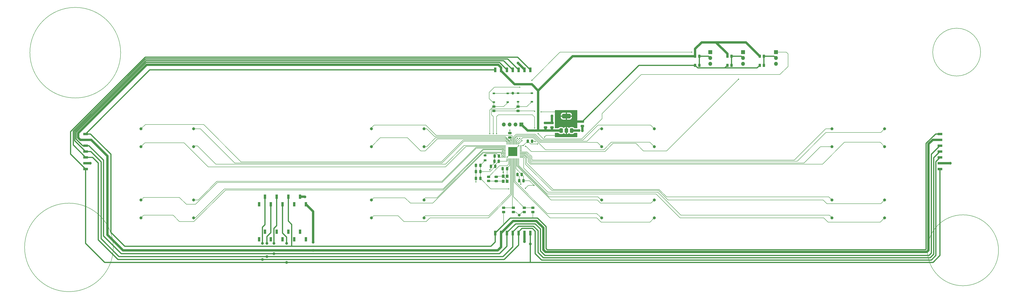
<source format=gbr>
%TF.GenerationSoftware,KiCad,Pcbnew,8.0.8*%
%TF.CreationDate,2025-02-14T17:31:39-08:00*%
%TF.ProjectId,ClockProject,436c6f63-6b50-4726-9f6a-6563742e6b69,rev?*%
%TF.SameCoordinates,Original*%
%TF.FileFunction,Copper,L2,Bot*%
%TF.FilePolarity,Positive*%
%FSLAX46Y46*%
G04 Gerber Fmt 4.6, Leading zero omitted, Abs format (unit mm)*
G04 Created by KiCad (PCBNEW 8.0.8) date 2025-02-14 17:31:39*
%MOMM*%
%LPD*%
G01*
G04 APERTURE LIST*
G04 Aperture macros list*
%AMRoundRect*
0 Rectangle with rounded corners*
0 $1 Rounding radius*
0 $2 $3 $4 $5 $6 $7 $8 $9 X,Y pos of 4 corners*
0 Add a 4 corners polygon primitive as box body*
4,1,4,$2,$3,$4,$5,$6,$7,$8,$9,$2,$3,0*
0 Add four circle primitives for the rounded corners*
1,1,$1+$1,$2,$3*
1,1,$1+$1,$4,$5*
1,1,$1+$1,$6,$7*
1,1,$1+$1,$8,$9*
0 Add four rect primitives between the rounded corners*
20,1,$1+$1,$2,$3,$4,$5,0*
20,1,$1+$1,$4,$5,$6,$7,0*
20,1,$1+$1,$6,$7,$8,$9,0*
20,1,$1+$1,$8,$9,$2,$3,0*%
G04 Aperture macros list end*
%TA.AperFunction,NonConductor*%
%ADD10C,0.200000*%
%TD*%
%TA.AperFunction,ComponentPad*%
%ADD11R,1.700000X1.700000*%
%TD*%
%TA.AperFunction,ComponentPad*%
%ADD12O,1.700000X1.700000*%
%TD*%
%TA.AperFunction,SMDPad,CuDef*%
%ADD13RoundRect,0.250000X0.250000X0.475000X-0.250000X0.475000X-0.250000X-0.475000X0.250000X-0.475000X0*%
%TD*%
%TA.AperFunction,SMDPad,CuDef*%
%ADD14RoundRect,0.250000X0.475000X-0.250000X0.475000X0.250000X-0.475000X0.250000X-0.475000X-0.250000X0*%
%TD*%
%TA.AperFunction,SMDPad,CuDef*%
%ADD15RoundRect,0.250000X-0.450000X0.262500X-0.450000X-0.262500X0.450000X-0.262500X0.450000X0.262500X0*%
%TD*%
%TA.AperFunction,SMDPad,CuDef*%
%ADD16RoundRect,0.250000X0.262500X0.450000X-0.262500X0.450000X-0.262500X-0.450000X0.262500X-0.450000X0*%
%TD*%
%TA.AperFunction,ComponentPad*%
%ADD17C,1.308000*%
%TD*%
%TA.AperFunction,SMDPad,CuDef*%
%ADD18RoundRect,0.250000X-0.475000X0.250000X-0.475000X-0.250000X0.475000X-0.250000X0.475000X0.250000X0*%
%TD*%
%TA.AperFunction,SMDPad,CuDef*%
%ADD19R,1.000000X2.000000*%
%TD*%
%TA.AperFunction,SMDPad,CuDef*%
%ADD20R,1.000000X1.900000*%
%TD*%
%TA.AperFunction,SMDPad,CuDef*%
%ADD21R,1.200000X1.400000*%
%TD*%
%TA.AperFunction,SMDPad,CuDef*%
%ADD22R,2.000000X1.000000*%
%TD*%
%TA.AperFunction,SMDPad,CuDef*%
%ADD23RoundRect,0.375000X0.375000X-0.625000X0.375000X0.625000X-0.375000X0.625000X-0.375000X-0.625000X0*%
%TD*%
%TA.AperFunction,SMDPad,CuDef*%
%ADD24RoundRect,0.500000X1.400000X-0.500000X1.400000X0.500000X-1.400000X0.500000X-1.400000X-0.500000X0*%
%TD*%
%TA.AperFunction,SMDPad,CuDef*%
%ADD25RoundRect,0.218750X0.381250X-0.218750X0.381250X0.218750X-0.381250X0.218750X-0.381250X-0.218750X0*%
%TD*%
%TA.AperFunction,SMDPad,CuDef*%
%ADD26RoundRect,0.250000X-0.250000X-0.475000X0.250000X-0.475000X0.250000X0.475000X-0.250000X0.475000X0*%
%TD*%
%TA.AperFunction,SMDPad,CuDef*%
%ADD27R,1.000000X0.750000*%
%TD*%
%TA.AperFunction,SMDPad,CuDef*%
%ADD28RoundRect,0.050000X-0.350000X-0.050000X0.350000X-0.050000X0.350000X0.050000X-0.350000X0.050000X0*%
%TD*%
%TA.AperFunction,SMDPad,CuDef*%
%ADD29RoundRect,0.050000X-0.050000X-0.350000X0.050000X-0.350000X0.050000X0.350000X-0.050000X0.350000X0*%
%TD*%
%TA.AperFunction,HeatsinkPad*%
%ADD30R,4.000000X4.000000*%
%TD*%
%TA.AperFunction,ViaPad*%
%ADD31C,1.219200*%
%TD*%
%TA.AperFunction,ViaPad*%
%ADD32C,0.500000*%
%TD*%
%TA.AperFunction,ViaPad*%
%ADD33C,0.609600*%
%TD*%
%TA.AperFunction,Conductor*%
%ADD34C,1.000000*%
%TD*%
%TA.AperFunction,Conductor*%
%ADD35C,0.152400*%
%TD*%
%TA.AperFunction,Conductor*%
%ADD36C,0.500000*%
%TD*%
%TA.AperFunction,Conductor*%
%ADD37C,0.203200*%
%TD*%
G04 APERTURE END LIST*
D10*
X488064269Y-137342650D02*
G75*
G02*
X467249611Y-137342650I-10407329J0D01*
G01*
X467249611Y-137342650D02*
G75*
G02*
X488064269Y-137342650I10407329J0D01*
G01*
X114611000Y-137592650D02*
G75*
G02*
X75202880Y-137592650I-19704060J0D01*
G01*
X75202880Y-137592650D02*
G75*
G02*
X114611000Y-137592650I19704060J0D01*
G01*
X111413432Y-222342650D02*
G75*
G02*
X72900448Y-222342650I-19256492J0D01*
G01*
X72900448Y-222342650D02*
G75*
G02*
X111413432Y-222342650I19256492J0D01*
G01*
X495836214Y-223592650D02*
G75*
G02*
X464977666Y-223592650I-15429274J0D01*
G01*
X464977666Y-223592650D02*
G75*
G02*
X495836214Y-223592650I15429274J0D01*
G01*
D11*
%TO.P,J11,1,Pin_1*%
%TO.N,/CS1*%
X384906940Y-137342650D03*
D12*
%TO.P,J11,2,Pin_2*%
%TO.N,Net-(J11-Pin_2)*%
X384906940Y-139882650D03*
%TO.P,J11,3,Pin_3*%
%TO.N,GND*%
X384906940Y-142422650D03*
%TD*%
D13*
%TO.P,C4,1*%
%TO.N,Net-(C4-Pad1)*%
X278906940Y-182592650D03*
%TO.P,C4,2*%
%TO.N,GND*%
X277006940Y-182592650D03*
%TD*%
D11*
%TO.P,J9,1,Pin_1*%
%TO.N,+5V*%
X288656940Y-168842650D03*
D12*
%TO.P,J9,2,Pin_2*%
%TO.N,/USB_P*%
X286116940Y-168842650D03*
%TO.P,J9,3,Pin_3*%
%TO.N,/USB_N*%
X283576940Y-168842650D03*
%TO.P,J9,4,Pin_4*%
%TO.N,GND*%
X281036940Y-168842650D03*
%TD*%
D14*
%TO.P,C1,1*%
%TO.N,Net-(C1-Pad1)*%
X277656940Y-193492650D03*
%TO.P,C1,2*%
%TO.N,GND*%
X277656940Y-191592650D03*
%TD*%
D15*
%TO.P,R24,1*%
%TO.N,/UART_A*%
X289906940Y-205092650D03*
%TO.P,R24,2*%
%TO.N,/U2*%
X289906940Y-206917650D03*
%TD*%
D13*
%TO.P,C6,1*%
%TO.N,+3.3V*%
X270806940Y-186592650D03*
%TO.P,C6,2*%
%TO.N,GND*%
X268906940Y-186592650D03*
%TD*%
D16*
%TO.P,R8,1*%
%TO.N,Net-(J11-Pin_2)*%
X379906940Y-143092650D03*
%TO.P,R8,2*%
%TO.N,+3.3V*%
X378081940Y-143092650D03*
%TD*%
D17*
%TO.P,M3,A1,A1*%
%TO.N,/M3_A1*%
X346336340Y-170714591D03*
%TO.P,M3,A2,A2*%
%TO.N,/M3_A2*%
X346336340Y-178474291D03*
%TO.P,M3,A3,A3*%
%TO.N,/M3_A3*%
X323476340Y-178474291D03*
%TO.P,M3,A4,A4*%
%TO.N,/M3_A4*%
X323476340Y-170714591D03*
%TO.P,M3,B1,B1*%
%TO.N,/M3_B1*%
X323476340Y-209472450D03*
%TO.P,M3,B2,B2*%
%TO.N,/M3_B2*%
X323476340Y-201712750D03*
%TO.P,M3,B3,B3*%
%TO.N,/M3_B3*%
X346336340Y-201712750D03*
%TO.P,M3,B4,B4*%
%TO.N,/M3_B4*%
X346336340Y-209472450D03*
%TD*%
D18*
%TO.P,C14,1*%
%TO.N,GND*%
X299156940Y-168192650D03*
%TO.P,C14,2*%
%TO.N,+5V*%
X299156940Y-170092650D03*
%TD*%
D19*
%TO.P,J4,1,Pin_1*%
%TO.N,/U1*%
X277286940Y-216092650D03*
%TO.P,J4,2,Pin_2*%
%TO.N,+5V*%
X279826940Y-216092650D03*
%TO.P,J4,3,Pin_3*%
%TO.N,/IC1*%
X282366940Y-216092650D03*
%TO.P,J4,4,Pin_4*%
%TO.N,/IC2*%
X284906940Y-216092650D03*
%TO.P,J4,5,Pin_5*%
%TO.N,/IC3*%
X287446940Y-216092650D03*
%TO.P,J4,6,Pin_6*%
%TO.N,GND*%
X289986940Y-216092650D03*
%TO.P,J4,7,Pin_7*%
%TO.N,/U2*%
X292526940Y-216092650D03*
%TD*%
D13*
%TO.P,C11,1*%
%TO.N,+3.3V*%
X288806940Y-190592650D03*
%TO.P,C11,2*%
%TO.N,GND*%
X286906940Y-190592650D03*
%TD*%
D18*
%TO.P,C13,1*%
%TO.N,+3.3V*%
X315156940Y-167592650D03*
%TO.P,C13,2*%
%TO.N,GND*%
X315156940Y-169492650D03*
%TD*%
D17*
%TO.P,M2,A1,A1*%
%TO.N,/M2_A1*%
X246336340Y-170714591D03*
%TO.P,M2,A2,A2*%
%TO.N,/M2_A2*%
X246336340Y-178474291D03*
%TO.P,M2,A3,A3*%
%TO.N,/M2_A3*%
X223476340Y-178474291D03*
%TO.P,M2,A4,A4*%
%TO.N,/M2_A4*%
X223476340Y-170714591D03*
%TO.P,M2,B1,B1*%
%TO.N,/M2_B1*%
X223476340Y-209472450D03*
%TO.P,M2,B2,B2*%
%TO.N,/M2_B2*%
X223476340Y-201712750D03*
%TO.P,M2,B3,B3*%
%TO.N,/M2_B3*%
X246336340Y-201712750D03*
%TO.P,M2,B4,B4*%
%TO.N,/M2_B4*%
X246336340Y-209472450D03*
%TD*%
%TO.P,M4,A1,A1*%
%TO.N,/M4_A1*%
X446336340Y-170714591D03*
%TO.P,M4,A2,A2*%
%TO.N,/M4_A2*%
X446336340Y-178474291D03*
%TO.P,M4,A3,A3*%
%TO.N,/M4_A3*%
X423476340Y-178474291D03*
%TO.P,M4,A4,A4*%
%TO.N,/M4_A4*%
X423476340Y-170714591D03*
%TO.P,M4,B1,B1*%
%TO.N,/M4_B1*%
X423476340Y-209472450D03*
%TO.P,M4,B2,B2*%
%TO.N,/M4_B2*%
X423476340Y-201712750D03*
%TO.P,M4,B3,B3*%
%TO.N,/M4_B3*%
X446336340Y-201712750D03*
%TO.P,M4,B4,B4*%
%TO.N,/M4_B4*%
X446336340Y-209472450D03*
%TD*%
D14*
%TO.P,C15,1*%
%TO.N,+5V*%
X301906940Y-170092650D03*
%TO.P,C15,2*%
%TO.N,GND*%
X301906940Y-168192650D03*
%TD*%
D15*
%TO.P,R25,1*%
%TO.N,/UART_B*%
X280906940Y-205092650D03*
%TO.P,R25,2*%
%TO.N,/U1*%
X280906940Y-206917650D03*
%TD*%
D20*
%TO.P,J5,1,Pin_1*%
%TO.N,+5V*%
X195066940Y-203587650D03*
%TO.P,J5,2,Pin_2*%
%TO.N,GND*%
X192526940Y-200287650D03*
%TO.P,J5,3,Pin_3*%
%TO.N,unconnected-(J5-Pin_3-Pad3)*%
X189986940Y-203587650D03*
%TO.P,J5,4,Pin_4*%
%TO.N,/U1*%
X187446940Y-200287650D03*
%TO.P,J5,5,Pin_5*%
%TO.N,/U2*%
X184906940Y-203587650D03*
%TO.P,J5,6,Pin_6*%
%TO.N,/IC1*%
X182366940Y-200287650D03*
%TO.P,J5,7,Pin_7*%
%TO.N,/IC2*%
X179826940Y-203587650D03*
%TO.P,J5,8,Pin_8*%
%TO.N,/IC3*%
X177286940Y-200287650D03*
%TO.P,J5,9,Pin_9*%
%TO.N,unconnected-(J5-Pin_9-Pad9)*%
X174746940Y-203587650D03*
%TD*%
D21*
%TO.P,Y1,1,1*%
%TO.N,Net-(U1-XTAL_N)*%
X282406940Y-191392650D03*
%TO.P,Y1,2,2*%
%TO.N,GND*%
X282406940Y-193592650D03*
%TO.P,Y1,3,3*%
%TO.N,Net-(C1-Pad1)*%
X280706940Y-193592650D03*
%TO.P,Y1,4,4*%
%TO.N,GND*%
X280706940Y-191392650D03*
%TD*%
D11*
%TO.P,J10,1,Pin_1*%
%TO.N,/GPIO3*%
X399156940Y-137342650D03*
D12*
%TO.P,J10,2,Pin_2*%
%TO.N,Net-(J10-Pin_2)*%
X399156940Y-139882650D03*
%TO.P,J10,3,Pin_3*%
%TO.N,GND*%
X399156940Y-142422650D03*
%TD*%
D15*
%TO.P,R2,1*%
%TO.N,/RST*%
X287156940Y-161092650D03*
%TO.P,R2,2*%
%TO.N,+3.3V*%
X287156940Y-162917650D03*
%TD*%
D13*
%TO.P,C5,1*%
%TO.N,+3.3V*%
X270806940Y-192342650D03*
%TO.P,C5,2*%
%TO.N,GND*%
X268906940Y-192342650D03*
%TD*%
D22*
%TO.P,J3,1,Pin_1*%
%TO.N,/U1*%
X99406940Y-172972650D03*
%TO.P,J3,2,Pin_2*%
%TO.N,+5V*%
X99406940Y-175512650D03*
%TO.P,J3,3,Pin_3*%
%TO.N,/IC1*%
X99406940Y-178052650D03*
%TO.P,J3,4,Pin_4*%
%TO.N,/IC2*%
X99406940Y-180592650D03*
%TO.P,J3,5,Pin_5*%
%TO.N,/IC3*%
X99406940Y-183132650D03*
%TO.P,J3,6,Pin_6*%
%TO.N,GND*%
X99406940Y-185672650D03*
%TO.P,J3,7,Pin_7*%
%TO.N,/U2*%
X99406940Y-188212650D03*
%TD*%
D16*
%TO.P,R4,1*%
%TO.N,Net-(J13-Pin_2)*%
X365906940Y-143092650D03*
%TO.P,R4,2*%
%TO.N,+3.3V*%
X364081940Y-143092650D03*
%TD*%
D14*
%TO.P,C3,1*%
%TO.N,+3.3V*%
X283656940Y-174492650D03*
%TO.P,C3,2*%
%TO.N,GND*%
X283656940Y-172592650D03*
%TD*%
D13*
%TO.P,C8,1*%
%TO.N,+3.3V*%
X278806940Y-184842650D03*
%TO.P,C8,2*%
%TO.N,GND*%
X276906940Y-184842650D03*
%TD*%
%TO.P,C7,1*%
%TO.N,+3.3V*%
X270806940Y-189342650D03*
%TO.P,C7,2*%
%TO.N,GND*%
X268906940Y-189342650D03*
%TD*%
%TO.P,C9,1*%
%TO.N,+3.3V*%
X277306940Y-187092650D03*
%TO.P,C9,2*%
%TO.N,GND*%
X275406940Y-187092650D03*
%TD*%
D16*
%TO.P,R3,1*%
%TO.N,Net-(J13-Pin_2)*%
X365906940Y-139092650D03*
%TO.P,R3,2*%
%TO.N,+5V*%
X364081940Y-139092650D03*
%TD*%
D23*
%TO.P,U2,1,GND*%
%TO.N,GND*%
X310456940Y-171492650D03*
%TO.P,U2,2,VO*%
%TO.N,+3.3V*%
X308156940Y-171492650D03*
D24*
X308156940Y-165192650D03*
D23*
%TO.P,U2,3,VI*%
%TO.N,+5V*%
X305856940Y-171492650D03*
%TD*%
D15*
%TO.P,R22,1*%
%TO.N,/UART_A*%
X293656940Y-205092650D03*
%TO.P,R22,2*%
%TO.N,/U1*%
X293656940Y-206917650D03*
%TD*%
%TO.P,R23,1*%
%TO.N,/UART_B*%
X285156940Y-205092650D03*
%TO.P,R23,2*%
%TO.N,/U2*%
X285156940Y-206917650D03*
%TD*%
D25*
%TO.P,L1,1*%
%TO.N,+3.3V*%
X272906940Y-184467650D03*
%TO.P,L1,2*%
%TO.N,Net-(C4-Pad1)*%
X272906940Y-182342650D03*
%TD*%
D26*
%TO.P,C10,1*%
%TO.N,+3.3V*%
X291406940Y-176092650D03*
%TO.P,C10,2*%
%TO.N,GND*%
X293306940Y-176092650D03*
%TD*%
D27*
%TO.P,SW2,1,1*%
%TO.N,GND*%
X293156940Y-155217650D03*
%TO.P,SW2,2,2*%
X287156940Y-155217650D03*
%TO.P,SW2,3,K*%
%TO.N,/RST*%
X293156940Y-158967650D03*
%TO.P,SW2,4,A*%
X287156940Y-158967650D03*
%TD*%
D13*
%TO.P,C12,1*%
%TO.N,+3.3V*%
X289556940Y-193342650D03*
%TO.P,C12,2*%
%TO.N,GND*%
X287656940Y-193342650D03*
%TD*%
D27*
%TO.P,SW1,1,1*%
%TO.N,GND*%
X282656940Y-155342650D03*
%TO.P,SW1,2,2*%
X276656940Y-155342650D03*
%TO.P,SW1,3,K*%
%TO.N,/BOOT*%
X282656940Y-159092650D03*
%TO.P,SW1,4,A*%
X276656940Y-159092650D03*
%TD*%
D17*
%TO.P,M1,A1,A1*%
%TO.N,/M1_A1*%
X146336340Y-170714591D03*
%TO.P,M1,A2,A2*%
%TO.N,/M1_A2*%
X146336340Y-178474291D03*
%TO.P,M1,A3,A3*%
%TO.N,/M1_A3*%
X123476340Y-178474291D03*
%TO.P,M1,A4,A4*%
%TO.N,/M1_A4*%
X123476340Y-170714591D03*
%TO.P,M1,B1,B1*%
%TO.N,/M1_B1*%
X123476340Y-209472450D03*
%TO.P,M1,B2,B2*%
%TO.N,/M1_B2*%
X123476340Y-201712750D03*
%TO.P,M1,B3,B3*%
%TO.N,/M1_B3*%
X146336340Y-201712750D03*
%TO.P,M1,B4,B4*%
%TO.N,/M1_B4*%
X146336340Y-209472450D03*
%TD*%
D19*
%TO.P,J2,1,Pin_1*%
%TO.N,/U1*%
X277286940Y-145092650D03*
%TO.P,J2,2,Pin_2*%
%TO.N,+5V*%
X279826940Y-145092650D03*
%TO.P,J2,3,Pin_3*%
%TO.N,/IC1*%
X282366940Y-145092650D03*
%TO.P,J2,4,Pin_4*%
%TO.N,/IC2*%
X284906940Y-145092650D03*
%TO.P,J2,5,Pin_5*%
%TO.N,/IC3*%
X287446940Y-145092650D03*
%TO.P,J2,6,Pin_6*%
%TO.N,GND*%
X289986940Y-145092650D03*
%TO.P,J2,7,Pin_7*%
%TO.N,/U2*%
X292526940Y-145092650D03*
%TD*%
D15*
%TO.P,R1,1*%
%TO.N,/BOOT*%
X276656940Y-161092650D03*
%TO.P,R1,2*%
%TO.N,+3.3V*%
X276656940Y-162917650D03*
%TD*%
D16*
%TO.P,R7,1*%
%TO.N,Net-(J11-Pin_2)*%
X379906940Y-139092650D03*
%TO.P,R7,2*%
%TO.N,+5V*%
X378081940Y-139092650D03*
%TD*%
D20*
%TO.P,J6,1,Pin_1*%
%TO.N,unconnected-(J6-Pin_1-Pad1)*%
X195066940Y-218837650D03*
%TO.P,J6,2,Pin_2*%
%TO.N,unconnected-(J6-Pin_2-Pad2)*%
X192526940Y-215537650D03*
%TO.P,J6,3,Pin_3*%
%TO.N,unconnected-(J6-Pin_3-Pad3)*%
X189986940Y-218837650D03*
%TO.P,J6,4,Pin_4*%
%TO.N,unconnected-(J6-Pin_4-Pad4)*%
X187446940Y-215537650D03*
%TO.P,J6,5,Pin_5*%
%TO.N,unconnected-(J6-Pin_5-Pad5)*%
X184906940Y-218837650D03*
%TO.P,J6,6,Pin_6*%
%TO.N,unconnected-(J6-Pin_6-Pad6)*%
X182366940Y-215537650D03*
%TO.P,J6,7,Pin_7*%
%TO.N,unconnected-(J6-Pin_7-Pad7)*%
X179826940Y-218837650D03*
%TO.P,J6,8,Pin_8*%
%TO.N,unconnected-(J6-Pin_8-Pad8)*%
X177286940Y-215537650D03*
%TO.P,J6,9,Pin_9*%
%TO.N,unconnected-(J6-Pin_9-Pad9)*%
X174746940Y-218837650D03*
%TD*%
D11*
%TO.P,J13,1,Pin_1*%
%TO.N,/BOOT*%
X370656940Y-137342650D03*
D12*
%TO.P,J13,2,Pin_2*%
%TO.N,Net-(J13-Pin_2)*%
X370656940Y-139882650D03*
%TO.P,J13,3,Pin_3*%
%TO.N,GND*%
X370656940Y-142422650D03*
%TD*%
D22*
%TO.P,J1,1,Pin_1*%
%TO.N,/U1*%
X470406940Y-172972650D03*
%TO.P,J1,2,Pin_2*%
%TO.N,+5V*%
X470406940Y-175512650D03*
%TO.P,J1,3,Pin_3*%
%TO.N,/IC1*%
X470406940Y-178052650D03*
%TO.P,J1,4,Pin_4*%
%TO.N,/IC2*%
X470406940Y-180592650D03*
%TO.P,J1,5,Pin_5*%
%TO.N,/IC3*%
X470406940Y-183132650D03*
%TO.P,J1,6,Pin_6*%
%TO.N,GND*%
X470406940Y-185672650D03*
%TO.P,J1,7,Pin_7*%
%TO.N,/U2*%
X470406940Y-188212650D03*
%TD*%
D16*
%TO.P,R6,1*%
%TO.N,Net-(J10-Pin_2)*%
X393981940Y-143092650D03*
%TO.P,R6,2*%
%TO.N,+3.3V*%
X392156940Y-143092650D03*
%TD*%
D26*
%TO.P,C2,1*%
%TO.N,GND*%
X280506940Y-188092650D03*
%TO.P,C2,2*%
%TO.N,Net-(U1-XTAL_N)*%
X282406940Y-188092650D03*
%TD*%
D28*
%TO.P,U1,1,LNA_IN*%
%TO.N,unconnected-(U1-LNA_IN-Pad1)*%
X281456940Y-183192650D03*
%TO.P,U1,2,VDD3P3*%
%TO.N,Net-(C4-Pad1)*%
X281456940Y-182792650D03*
%TO.P,U1,3,VDD3P3*%
X281456940Y-182392650D03*
%TO.P,U1,4,CHIP_PU*%
%TO.N,/RST*%
X281456940Y-181992650D03*
%TO.P,U1,5,GPIO0*%
%TO.N,/BOOT*%
X281456940Y-181592650D03*
%TO.P,U1,6,GPIO1*%
%TO.N,/M2_B2*%
X281456940Y-181192650D03*
%TO.P,U1,7,GPIO2*%
%TO.N,/M2_B3*%
X281456940Y-180792650D03*
%TO.P,U1,8,GPIO3*%
%TO.N,/GPIO3*%
X281456940Y-180392650D03*
%TO.P,U1,9,GPIO4*%
%TO.N,/M1_B1*%
X281456940Y-179992650D03*
%TO.P,U1,10,GPIO5*%
%TO.N,/M1_B4*%
X281456940Y-179592650D03*
%TO.P,U1,11,GPIO6*%
%TO.N,/M1_B2*%
X281456940Y-179192650D03*
%TO.P,U1,12,GPIO7*%
%TO.N,/M1_B3*%
X281456940Y-178792650D03*
%TO.P,U1,13,GPIO8*%
%TO.N,/M1_A3*%
X281456940Y-178392650D03*
%TO.P,U1,14,GPIO9*%
%TO.N,/M1_A2*%
X281456940Y-177992650D03*
D29*
%TO.P,U1,15,GPIO10*%
%TO.N,/M1_A1*%
X282306940Y-177142650D03*
%TO.P,U1,16,GPIO11*%
%TO.N,/M1_A4*%
X282706940Y-177142650D03*
%TO.P,U1,17,GPIO12*%
%TO.N,/M2_A3*%
X283106940Y-177142650D03*
%TO.P,U1,18,GPIO13*%
%TO.N,/M2_A2*%
X283506940Y-177142650D03*
%TO.P,U1,19,GPIO14*%
%TO.N,/M2_A1*%
X283906940Y-177142650D03*
%TO.P,U1,20,VDD3P3_RTC*%
%TO.N,+3.3V*%
X284306940Y-177142650D03*
%TO.P,U1,21,XTAL_32K_P*%
%TO.N,/M2_A4*%
X284706940Y-177142650D03*
%TO.P,U1,22,XTAL_32K_N*%
%TO.N,/M3_A1*%
X285106940Y-177142650D03*
%TO.P,U1,23,GPIO17*%
%TO.N,/M3_A4*%
X285506940Y-177142650D03*
%TO.P,U1,24,GPIO18*%
%TO.N,/M3_A3*%
X285906940Y-177142650D03*
%TO.P,U1,25,GPIO19/USB_D-*%
%TO.N,/USB_N*%
X286306940Y-177142650D03*
%TO.P,U1,26,GPIO20/USB_D+*%
%TO.N,/USB_P*%
X286706940Y-177142650D03*
%TO.P,U1,27,GPIO21*%
%TO.N,/M3_A2*%
X287106940Y-177142650D03*
%TO.P,U1,28,SPICS1*%
%TO.N,/CS1*%
X287506940Y-177142650D03*
D28*
%TO.P,U1,29,VDD_SPI*%
%TO.N,+3.3V*%
X288356940Y-177992650D03*
%TO.P,U1,30,SPIHD*%
%TO.N,unconnected-(U1-SPIHD-Pad30)*%
X288356940Y-178392650D03*
%TO.P,U1,31,SPIWP*%
%TO.N,unconnected-(U1-SPIWP-Pad31)*%
X288356940Y-178792650D03*
%TO.P,U1,32,SPICS0*%
%TO.N,unconnected-(U1-SPICS0-Pad32)*%
X288356940Y-179192650D03*
%TO.P,U1,33,SPICLK*%
%TO.N,unconnected-(U1-SPICLK-Pad33)*%
X288356940Y-179592650D03*
%TO.P,U1,34,SPIQ*%
%TO.N,unconnected-(U1-SPIQ-Pad34)*%
X288356940Y-179992650D03*
%TO.P,U1,35,SPID*%
%TO.N,unconnected-(U1-SPID-Pad35)*%
X288356940Y-180392650D03*
%TO.P,U1,36,SPICLK_N*%
%TO.N,/M4_A4*%
X288356940Y-180792650D03*
%TO.P,U1,37,SPICLK_P*%
%TO.N,/M4_A1*%
X288356940Y-181192650D03*
%TO.P,U1,38,GPIO33*%
%TO.N,/M4_A3*%
X288356940Y-181592650D03*
%TO.P,U1,39,GPIO34*%
%TO.N,/M4_A2*%
X288356940Y-181992650D03*
%TO.P,U1,40,GPIO35*%
%TO.N,/M4_B2*%
X288356940Y-182392650D03*
%TO.P,U1,41,GPIO36*%
%TO.N,/M4_B3*%
X288356940Y-182792650D03*
%TO.P,U1,42,GPIO37*%
%TO.N,/M4_B1*%
X288356940Y-183192650D03*
D29*
%TO.P,U1,43,GPIO38*%
%TO.N,/M4_B4*%
X287506940Y-184042650D03*
%TO.P,U1,44,MTCK*%
%TO.N,/M3_B2*%
X287106940Y-184042650D03*
%TO.P,U1,45,MTDO*%
%TO.N,/M3_B3*%
X286706940Y-184042650D03*
%TO.P,U1,46,VDD3P3_CPU*%
%TO.N,+3.3V*%
X286306940Y-184042650D03*
%TO.P,U1,47,MTDI*%
%TO.N,/M3_B1*%
X285906940Y-184042650D03*
%TO.P,U1,48,MTMS*%
%TO.N,/M3_B4*%
X285506940Y-184042650D03*
%TO.P,U1,49,U0TXD*%
%TO.N,/UART_A*%
X285106940Y-184042650D03*
%TO.P,U1,50,U0RXD*%
%TO.N,/UART_B*%
X284706940Y-184042650D03*
%TO.P,U1,51,GPIO45*%
%TO.N,/M2_B1*%
X284306940Y-184042650D03*
%TO.P,U1,52,GPIO46*%
%TO.N,/M2_B4*%
X283906940Y-184042650D03*
%TO.P,U1,53,XTAL_N*%
%TO.N,Net-(U1-XTAL_N)*%
X283506940Y-184042650D03*
%TO.P,U1,54,XTAL_P*%
%TO.N,Net-(U1-XTAL_P)*%
X283106940Y-184042650D03*
%TO.P,U1,55,VDDA*%
%TO.N,+3.3V*%
X282706940Y-184042650D03*
%TO.P,U1,56,VDDA*%
X282306940Y-184042650D03*
D30*
%TO.P,U1,57,GND*%
%TO.N,GND*%
X284906940Y-180592650D03*
%TD*%
D15*
%TO.P,R9,1*%
%TO.N,Net-(U1-XTAL_P)*%
X274406940Y-191592650D03*
%TO.P,R9,2*%
%TO.N,Net-(C1-Pad1)*%
X274406940Y-193417650D03*
%TD*%
D16*
%TO.P,R5,1*%
%TO.N,Net-(J10-Pin_2)*%
X393981940Y-139092650D03*
%TO.P,R5,2*%
%TO.N,+5V*%
X392156940Y-139092650D03*
%TD*%
D31*
%TO.N,GND*%
X194656940Y-200342650D03*
D32*
X274906940Y-188592650D03*
X288406940Y-194842650D03*
D31*
X284906940Y-155217650D03*
X315156940Y-171592650D03*
X313656940Y-171492650D03*
D32*
X283656940Y-171342650D03*
D33*
X280706940Y-189592650D03*
D31*
X301906940Y-165092650D03*
X287156940Y-142092650D03*
X101406940Y-185672650D03*
D32*
X282406940Y-183092650D03*
X294656940Y-176342650D03*
X287406940Y-178092650D03*
D31*
X289986940Y-219842650D03*
D32*
X268906940Y-193842650D03*
D31*
X474906940Y-185672650D03*
%TO.N,+5V*%
X198156940Y-223592650D03*
X198156940Y-220092650D03*
D32*
%TO.N,+3.3V*%
X295656940Y-177342650D03*
X294406940Y-163092650D03*
X294156940Y-195342650D03*
X283902517Y-175503662D03*
X297156940Y-163342650D03*
X283156940Y-196842650D03*
X289406940Y-177992650D03*
X298656940Y-174342650D03*
X290406940Y-196592650D03*
D31*
%TO.N,/IC2*%
X178156940Y-226342650D03*
X178156940Y-220592650D03*
%TO.N,/IC1*%
X181156940Y-220592650D03*
X181156940Y-225092650D03*
%TO.N,/IC3*%
X176156940Y-227592650D03*
X176156940Y-220592650D03*
%TO.N,/U2*%
X186656940Y-220592650D03*
X186656940Y-228842650D03*
X292526940Y-220842650D03*
X287656940Y-208342650D03*
D32*
%TO.N,/USB_N*%
X286906940Y-174842650D03*
%TO.N,/USB_P*%
X287906940Y-174842650D03*
%TO.N,/RST*%
X280128307Y-182559927D03*
X276406940Y-172842650D03*
%TO.N,/BOOT*%
X274906940Y-172842650D03*
X293156940Y-149592650D03*
X362656940Y-137342650D03*
X280017867Y-181754124D03*
X287906940Y-152592650D03*
%TO.N,/CS1*%
X288906940Y-175842650D03*
X382906940Y-149092650D03*
X290406940Y-178342650D03*
%TO.N,/GPIO3*%
X294406940Y-170342650D03*
X295906940Y-172842650D03*
X280406940Y-180342650D03*
X277906940Y-172842650D03*
%TD*%
D34*
%TO.N,GND*%
X192526940Y-200282650D02*
X194596940Y-200282650D01*
D35*
X283656940Y-172592650D02*
X283656940Y-171342650D01*
X284906940Y-180592650D02*
X282406940Y-183092650D01*
X268906940Y-189342650D02*
X268906940Y-186592650D01*
X280706940Y-191392650D02*
X280706940Y-189592650D01*
X277906940Y-191592650D02*
X278106940Y-191392650D01*
D34*
X289986940Y-145092650D02*
X289986940Y-144922650D01*
X289986940Y-216092650D02*
X289986940Y-219842650D01*
D35*
X284906940Y-155217650D02*
X282781940Y-155217650D01*
X289986940Y-145092650D02*
X289986940Y-145762650D01*
D34*
X315156940Y-171592650D02*
X315156940Y-169492650D01*
X301906940Y-168192650D02*
X301906940Y-165092650D01*
D35*
X287656940Y-193342650D02*
X288406940Y-194092650D01*
X284906940Y-180592650D02*
X287406940Y-178092650D01*
X276906940Y-185592650D02*
X275406940Y-187092650D01*
X276906940Y-184842650D02*
X276906940Y-185592650D01*
X282656940Y-155342650D02*
X276656940Y-155342650D01*
X282406940Y-193592650D02*
X282406940Y-193092650D01*
X277006940Y-184742650D02*
X276906940Y-184842650D01*
X288406940Y-194092650D02*
X288406940Y-194842650D01*
X278106940Y-191392650D02*
X280706940Y-191392650D01*
X294406940Y-176092650D02*
X294656940Y-176342650D01*
D34*
X470406940Y-185672650D02*
X474906940Y-185672650D01*
D35*
X275406940Y-188092650D02*
X274906940Y-188592650D01*
X268906940Y-192342650D02*
X268906940Y-193842650D01*
D34*
X99406940Y-185672650D02*
X101406940Y-185672650D01*
D35*
X268906940Y-192342650D02*
X268906940Y-189342650D01*
X287656940Y-191342650D02*
X287656940Y-193342650D01*
X293306940Y-176092650D02*
X294406940Y-176092650D01*
X282406940Y-193092650D02*
X280706940Y-191392650D01*
X277006940Y-182592650D02*
X277006940Y-184742650D01*
D34*
X289986940Y-144922650D02*
X287156940Y-142092650D01*
X301906940Y-168192650D02*
X299156940Y-168192650D01*
D35*
X275406940Y-187092650D02*
X275406940Y-188092650D01*
X286906940Y-190592650D02*
X287656940Y-191342650D01*
D34*
X194596940Y-200282650D02*
X194656940Y-200342650D01*
D35*
X287156940Y-155217650D02*
X284906940Y-155217650D01*
X280706940Y-188292650D02*
X280506940Y-188092650D01*
D34*
X310456940Y-171492650D02*
X313656940Y-171492650D01*
D35*
X282781940Y-155217650D02*
X282656940Y-155342650D01*
X277656940Y-191592650D02*
X277906940Y-191592650D01*
X280706940Y-189592650D02*
X280706940Y-188292650D01*
X293156940Y-155217650D02*
X287156940Y-155217650D01*
D34*
%TO.N,+5V*%
X96156940Y-174592650D02*
X97076940Y-175512650D01*
X386156940Y-133092650D02*
X392156940Y-139092650D01*
X366906940Y-133092650D02*
X373156940Y-133092650D01*
X373156940Y-133092650D02*
X386156940Y-133092650D01*
X295906940Y-154092650D02*
X295906940Y-171492650D01*
X279826940Y-222172650D02*
X278406940Y-223592650D01*
X291306940Y-171492650D02*
X288656940Y-168842650D01*
X125906940Y-142842650D02*
X96156940Y-172592650D01*
X310906940Y-139092650D02*
X364081940Y-139092650D01*
X298156940Y-223342650D02*
X298156940Y-213842650D01*
X467236940Y-175512650D02*
X465406940Y-177342650D01*
X295906940Y-154092650D02*
X310906940Y-139092650D01*
X299156940Y-171492650D02*
X299156940Y-170092650D01*
X285076940Y-210842650D02*
X279826940Y-216092650D01*
X108906940Y-182592650D02*
X101826940Y-175512650D01*
X278406940Y-223592650D02*
X115656940Y-223592650D01*
X96156940Y-172592650D02*
X96156940Y-174592650D01*
X464656940Y-224342650D02*
X299156940Y-224342650D01*
X198156940Y-220092650D02*
X198156940Y-206682650D01*
X465406940Y-177342650D02*
X465406940Y-223592650D01*
X295156940Y-210842650D02*
X285076940Y-210842650D01*
X301906940Y-171492650D02*
X299156940Y-171492650D01*
X285656940Y-151342650D02*
X293156940Y-151342650D01*
X279826940Y-145092650D02*
X279826940Y-145512650D01*
X298156940Y-213842650D02*
X295156940Y-210842650D01*
X364081940Y-139092650D02*
X364081940Y-135917650D01*
X97076940Y-175512650D02*
X99406940Y-175512650D01*
X108906940Y-216842650D02*
X108906940Y-182592650D01*
X198156940Y-206682650D02*
X195066940Y-203592650D01*
X373156940Y-133092650D02*
X378081940Y-138017650D01*
X101826940Y-175512650D02*
X99406940Y-175512650D01*
X470406940Y-175512650D02*
X467236940Y-175512650D01*
X364081940Y-135917650D02*
X366906940Y-133092650D01*
X299156940Y-171492650D02*
X295906940Y-171492650D01*
X279826940Y-145512650D02*
X285656940Y-151342650D01*
X295906940Y-171492650D02*
X291306940Y-171492650D01*
X378081940Y-138017650D02*
X378081940Y-139092650D01*
X279826940Y-145092650D02*
X279826940Y-144012650D01*
X278656940Y-142842650D02*
X125906940Y-142842650D01*
X279826940Y-216092650D02*
X279826940Y-222172650D01*
X115656940Y-223592650D02*
X108906940Y-216842650D01*
X279826940Y-144012650D02*
X278656940Y-142842650D01*
X305856940Y-171492650D02*
X301906940Y-171492650D01*
X293156940Y-151342650D02*
X295906940Y-154092650D01*
X301906940Y-171492650D02*
X301906940Y-170092650D01*
X299156940Y-224342650D02*
X298156940Y-223342650D01*
X465406940Y-223592650D02*
X464656940Y-224342650D01*
%TO.N,+3.3V*%
X315156940Y-167592650D02*
X310556940Y-167592650D01*
D35*
X275056940Y-189342650D02*
X277306940Y-187092650D01*
D36*
X376931940Y-144242650D02*
X391006940Y-144242650D01*
D35*
X282406940Y-184842650D02*
X282156940Y-184842650D01*
D37*
X307906940Y-163342650D02*
X308156940Y-163592650D01*
D36*
X364081940Y-143092650D02*
X339656940Y-143092650D01*
D35*
X278806940Y-184842650D02*
X282156940Y-184842650D01*
D37*
X308156940Y-163592650D02*
X308156940Y-165192650D01*
D35*
X282706940Y-184542650D02*
X282406940Y-184842650D01*
X289506940Y-177992650D02*
X291406940Y-176092650D01*
X284306940Y-175908085D02*
X284306940Y-176092650D01*
D36*
X364081940Y-143092650D02*
X365231940Y-144242650D01*
D35*
X275306940Y-196842650D02*
X283156940Y-196842650D01*
D36*
X365231940Y-144242650D02*
X376931940Y-144242650D01*
X391006940Y-144242650D02*
X392156940Y-143092650D01*
D35*
X288806940Y-190592650D02*
X286306940Y-188092650D01*
X272906940Y-184492650D02*
X270806940Y-186592650D01*
X288356940Y-177992650D02*
X289406940Y-177992650D01*
X282306940Y-184692650D02*
X282306940Y-184042650D01*
X289556940Y-191342650D02*
X288806940Y-190592650D01*
X270806940Y-186592650D02*
X270806940Y-189342650D01*
X270806940Y-189342650D02*
X270806940Y-192342650D01*
X270806940Y-189342650D02*
X274906940Y-189342650D01*
X283902517Y-175503662D02*
X284306940Y-175908085D01*
D37*
X294231940Y-162917650D02*
X294406940Y-163092650D01*
D35*
X277306940Y-187092650D02*
X277306940Y-186342650D01*
X284306940Y-176092650D02*
X284306940Y-177142650D01*
D37*
X292656940Y-177342650D02*
X295656940Y-177342650D01*
D35*
X272906940Y-184467650D02*
X272906940Y-184492650D01*
X289406940Y-177992650D02*
X289506940Y-177992650D01*
X289556940Y-193342650D02*
X289556940Y-191342650D01*
D37*
X299406940Y-173592650D02*
X308156940Y-173592650D01*
D35*
X282156940Y-184842650D02*
X282306940Y-184692650D01*
D37*
X287156940Y-162917650D02*
X276656940Y-162917650D01*
X297156940Y-163342650D02*
X307906940Y-163342650D01*
D35*
X289556940Y-193342650D02*
X292156940Y-193342650D01*
D37*
X291406940Y-176092650D02*
X292656940Y-177342650D01*
D35*
X283656940Y-174492650D02*
X284306940Y-175142650D01*
X291656940Y-195342650D02*
X294156940Y-195342650D01*
D36*
X376931940Y-144242650D02*
X378081940Y-143092650D01*
D37*
X308156940Y-173592650D02*
X308156940Y-171492650D01*
X287156940Y-162917650D02*
X294231940Y-162917650D01*
X298656940Y-174342650D02*
X299406940Y-173592650D01*
D35*
X292156940Y-193342650D02*
X294156940Y-195342650D01*
D36*
X339656940Y-143092650D02*
X315156940Y-167592650D01*
D35*
X270806940Y-192342650D02*
X275306940Y-196842650D01*
X284306940Y-175142650D02*
X284306940Y-176092650D01*
X286306940Y-188092650D02*
X286306940Y-184042650D01*
X290406940Y-196592650D02*
X291656940Y-195342650D01*
X274906940Y-189342650D02*
X275056940Y-189342650D01*
X282706940Y-184042650D02*
X282706940Y-184542650D01*
X277306940Y-186342650D02*
X278806940Y-184842650D01*
%TO.N,Net-(U1-XTAL_N)*%
X283506940Y-186742650D02*
X283506940Y-184042650D01*
X282406940Y-187842650D02*
X283506940Y-186742650D01*
X282406940Y-191392650D02*
X282406940Y-187842650D01*
%TO.N,Net-(C4-Pad1)*%
X280686907Y-182592650D02*
X280686907Y-183062683D01*
X280886907Y-182392650D02*
X280686907Y-182592650D01*
X281456940Y-182792650D02*
X280956940Y-182792650D01*
X280631063Y-183118527D02*
X279432817Y-183118527D01*
X276158140Y-181591450D02*
X276156940Y-181592650D01*
X280686907Y-183062683D02*
X280631063Y-183118527D01*
X272906940Y-181842650D02*
X272906940Y-182342650D01*
X278906940Y-182592650D02*
X277905740Y-181591450D01*
X277905740Y-181591450D02*
X276158140Y-181591450D01*
X280956940Y-182792650D02*
X280631063Y-183118527D01*
X281456940Y-182392650D02*
X280886907Y-182392650D01*
X273156940Y-181592650D02*
X272906940Y-181842650D01*
X279432817Y-183118527D02*
X278906940Y-182592650D01*
X276156940Y-181592650D02*
X273156940Y-181592650D01*
%TO.N,Net-(U1-XTAL_P)*%
X274406940Y-191592650D02*
X279156940Y-186842650D01*
X279156940Y-186842650D02*
X282406940Y-186842650D01*
X283106940Y-186142650D02*
X283106940Y-184042650D01*
X282406940Y-186842650D02*
X283106940Y-186142650D01*
D36*
%TO.N,Net-(J10-Pin_2)*%
X393981940Y-139092650D02*
X398366940Y-139092650D01*
X393981940Y-143092650D02*
X393981940Y-139092650D01*
X398366940Y-139092650D02*
X399156940Y-139882650D01*
%TO.N,/IC2*%
X179826940Y-215922650D02*
X178656940Y-217092650D01*
X94652940Y-175838650D02*
X99406940Y-180592650D01*
X125529962Y-141092650D02*
X94652940Y-171969672D01*
X280656940Y-226342650D02*
X178156940Y-226342650D01*
X284906940Y-145092650D02*
X280906940Y-141092650D01*
X295906940Y-224592650D02*
X295906940Y-215092650D01*
X178656940Y-217092650D02*
X178156940Y-217592650D01*
X178156940Y-217592650D02*
X178156940Y-220592650D01*
X467656940Y-183342650D02*
X467656940Y-225342650D01*
X293906940Y-213092650D02*
X287406940Y-213092650D01*
X113906940Y-226342650D02*
X106156940Y-218592650D01*
X287406940Y-213092650D02*
X284906940Y-215592650D01*
X94652940Y-171969672D02*
X94652940Y-175838650D01*
X280906940Y-141092650D02*
X125529962Y-141092650D01*
X470406940Y-180592650D02*
X467656940Y-183342650D01*
X101656940Y-180592650D02*
X99406940Y-180592650D01*
X284906940Y-222092650D02*
X280656940Y-226342650D01*
X467656940Y-225342650D02*
X466156940Y-226842650D01*
X179826940Y-203592650D02*
X179826940Y-215922650D01*
X298156940Y-226842650D02*
X295906940Y-224592650D01*
X466156940Y-226842650D02*
X298156940Y-226842650D01*
X106156940Y-218592650D02*
X106156940Y-185092650D01*
X106156940Y-185092650D02*
X101656940Y-180592650D01*
X284906940Y-215592650D02*
X284906940Y-216092650D01*
X284906940Y-216092650D02*
X284906940Y-222092650D01*
X178156940Y-226342650D02*
X113906940Y-226342650D01*
X295906940Y-215092650D02*
X293906940Y-213092650D01*
%TO.N,/IC1*%
X182366940Y-200282650D02*
X182366940Y-212882650D01*
X296906940Y-223842650D02*
X298906940Y-225842650D01*
X466656940Y-224842650D02*
X466656940Y-181802650D01*
X181156940Y-225092650D02*
X279156940Y-225092650D01*
X100866940Y-178052650D02*
X107156940Y-184342650D01*
X282366940Y-216092650D02*
X282366940Y-215882650D01*
X95279940Y-172229384D02*
X95279940Y-175215650D01*
X296906940Y-214342650D02*
X296906940Y-223842650D01*
X282366940Y-215882650D02*
X286156940Y-212092650D01*
X99406940Y-178052650D02*
X100866940Y-178052650D01*
X465656940Y-225842650D02*
X466656940Y-224842650D01*
X182366940Y-212882650D02*
X181156940Y-214092650D01*
X181156940Y-214092650D02*
X181156940Y-220592650D01*
X107156940Y-217342650D02*
X114906940Y-225092650D01*
X95279940Y-175215650D02*
X98116940Y-178052650D01*
X286156940Y-212092650D02*
X294656940Y-212092650D01*
X466656940Y-181802650D02*
X470406940Y-178052650D01*
X282366940Y-221882650D02*
X282366940Y-216092650D01*
X279116940Y-141842650D02*
X125666674Y-141842650D01*
X282366940Y-145092650D02*
X279116940Y-141842650D01*
X298906940Y-225842650D02*
X465656940Y-225842650D01*
X114906940Y-225092650D02*
X181156940Y-225092650D01*
X294656940Y-212092650D02*
X296906940Y-214342650D01*
X107156940Y-184342650D02*
X107156940Y-217342650D01*
X279156940Y-225092650D02*
X282366940Y-221882650D01*
X98116940Y-178052650D02*
X99406940Y-178052650D01*
X125666674Y-141842650D02*
X95279940Y-172229384D01*
%TO.N,/IC3*%
X294656940Y-215342650D02*
X294656940Y-225092650D01*
X102446940Y-183132650D02*
X104906940Y-185592650D01*
X287446940Y-145092650D02*
X282696940Y-140342650D01*
X293406940Y-214092650D02*
X294656940Y-215342650D01*
X177286940Y-212462650D02*
X176406940Y-213342650D01*
X466656940Y-227842650D02*
X468656940Y-225842650D01*
X177286940Y-200282650D02*
X177286940Y-212462650D01*
X294656940Y-225092650D02*
X297406940Y-227842650D01*
X104906940Y-219092650D02*
X113406940Y-227592650D01*
X470406940Y-183272650D02*
X470406940Y-183132650D01*
X468656940Y-185022650D02*
X470406940Y-183272650D01*
X94025940Y-177751650D02*
X99406940Y-183132650D01*
X99406940Y-183132650D02*
X102446940Y-183132650D01*
X287446940Y-216092650D02*
X287446940Y-215552650D01*
X282696940Y-140342650D02*
X125393250Y-140342650D01*
X287446940Y-215552650D02*
X288906940Y-214092650D01*
X287446940Y-221302650D02*
X287446940Y-216092650D01*
X125393250Y-140342650D02*
X94025940Y-171709960D01*
X113406940Y-227592650D02*
X176156940Y-227592650D01*
X297406940Y-227842650D02*
X466656940Y-227842650D01*
X468656940Y-225842650D02*
X468656940Y-185022650D01*
X281156940Y-227592650D02*
X287446940Y-221302650D01*
X104906940Y-185592650D02*
X104906940Y-219092650D01*
X94025940Y-171709960D02*
X94025940Y-177751650D01*
X176406940Y-213342650D02*
X176156940Y-213592650D01*
X176156940Y-227592650D02*
X281156940Y-227592650D01*
X288906940Y-214092650D02*
X293406940Y-214092650D01*
X176156940Y-213592650D02*
X176156940Y-220592650D01*
D35*
%TO.N,/UART_A*%
X285106940Y-200292650D02*
X289906940Y-205092650D01*
X285106940Y-184042650D02*
X285106940Y-200292650D01*
X289906940Y-205092650D02*
X293656940Y-205092650D01*
%TO.N,/UART_B*%
X284706940Y-204642650D02*
X285156940Y-205092650D01*
X285156940Y-205092650D02*
X280906940Y-205092650D01*
X284706940Y-184042650D02*
X284706940Y-204642650D01*
D36*
%TO.N,/U1*%
X293906940Y-209592650D02*
X295656940Y-209592650D01*
X281221940Y-212157650D02*
X283786940Y-209592650D01*
X464406940Y-177102384D02*
X468536674Y-172972650D01*
X127286940Y-145092650D02*
X99406940Y-172972650D01*
D35*
X293656940Y-206917650D02*
X293656940Y-209592650D01*
D36*
X468536674Y-172972650D02*
X470406940Y-172972650D01*
X187446940Y-210882650D02*
X188906940Y-212342650D01*
X110406940Y-181842650D02*
X110406940Y-215842650D01*
X275406940Y-221842650D02*
X277286940Y-219962650D01*
X188906940Y-212342650D02*
X188906940Y-221842650D01*
X293656940Y-209592650D02*
X293906940Y-209592650D01*
D35*
X280906940Y-206917650D02*
X280906940Y-211842650D01*
D36*
X299406940Y-213342650D02*
X299406940Y-222842650D01*
X299906940Y-223342650D02*
X464156940Y-223342650D01*
X277286940Y-145092650D02*
X127286940Y-145092650D01*
D35*
X280906940Y-211842650D02*
X281221940Y-212157650D01*
D36*
X110406940Y-215842650D02*
X116406940Y-221842650D01*
X99406940Y-172972650D02*
X101536940Y-172972650D01*
X464156940Y-223342650D02*
X464406940Y-223092650D01*
X277286940Y-216092650D02*
X281221940Y-212157650D01*
X188906940Y-221842650D02*
X275406940Y-221842650D01*
X295656940Y-209592650D02*
X299406940Y-213342650D01*
X116406940Y-221842650D02*
X188906940Y-221842650D01*
X187446940Y-200282650D02*
X187446940Y-210882650D01*
X299406940Y-222842650D02*
X299906940Y-223342650D01*
X283786940Y-209592650D02*
X293656940Y-209592650D01*
X101536940Y-172972650D02*
X110406940Y-181842650D01*
X464406940Y-223092650D02*
X464406940Y-177102384D01*
X277286940Y-219962650D02*
X277286940Y-216092650D01*
%TO.N,/U2*%
X92906940Y-171942248D02*
X92906940Y-181712650D01*
X107656940Y-228842650D02*
X99406940Y-220592650D01*
X287026940Y-139592650D02*
X125256538Y-139592650D01*
X186656940Y-217842650D02*
X186656940Y-220592650D01*
X292406940Y-228842650D02*
X186656940Y-228842650D01*
X467406940Y-228842650D02*
X292406940Y-228842650D01*
X184906940Y-216092650D02*
X186156940Y-217342650D01*
X292526940Y-216092650D02*
X292526940Y-220842650D01*
X470406940Y-225842650D02*
X467406940Y-228842650D01*
X186156940Y-217342650D02*
X186656940Y-217842650D01*
X292526940Y-145092650D02*
X287026940Y-139592650D01*
X292526940Y-228722650D02*
X292406940Y-228842650D01*
D35*
X285156940Y-206917650D02*
X286231940Y-206917650D01*
D36*
X125256538Y-139592650D02*
X92906940Y-171942248D01*
X92906940Y-181712650D02*
X99406940Y-188212650D01*
X292526940Y-220842650D02*
X292526940Y-228722650D01*
X99406940Y-220592650D02*
X99406940Y-188212650D01*
D35*
X289906940Y-206917650D02*
X289081940Y-206917650D01*
D36*
X470406940Y-188212650D02*
X470406940Y-225842650D01*
D35*
X289081940Y-206917650D02*
X287656940Y-208342650D01*
D36*
X186656940Y-228842650D02*
X107656940Y-228842650D01*
D35*
X286231940Y-206917650D02*
X287656940Y-208342650D01*
D36*
X184906940Y-203592650D02*
X184906940Y-216092650D01*
D35*
%TO.N,Net-(C1-Pad1)*%
X277656940Y-193492650D02*
X280606940Y-193492650D01*
X280606940Y-193492650D02*
X280706940Y-193592650D01*
X274481940Y-193492650D02*
X274406940Y-193417650D01*
X277656940Y-193492650D02*
X274481940Y-193492650D01*
%TO.N,/M1_B2*%
X281456940Y-179192650D02*
X269056940Y-179192650D01*
X269056940Y-179192650D02*
X254156940Y-194092650D01*
X140156940Y-200592650D02*
X124597640Y-200592650D01*
X124597640Y-200592650D02*
X123477540Y-201712750D01*
X147156940Y-203592650D02*
X143156940Y-203592650D01*
X143156940Y-203592650D02*
X140156940Y-200592650D01*
X156656940Y-194092650D02*
X147156940Y-203592650D01*
X254156940Y-194092650D02*
X156656940Y-194092650D01*
%TO.N,/M1_B1*%
X281456940Y-179992650D02*
X280994236Y-179992650D01*
X280087560Y-179872050D02*
X272127540Y-179872050D01*
X280994236Y-179992650D02*
X280785636Y-179784050D01*
X280175560Y-179784050D02*
X280087560Y-179872050D01*
X124607340Y-208342650D02*
X123477540Y-209472450D01*
X137406940Y-208342650D02*
X124607340Y-208342650D01*
X140156940Y-211092650D02*
X137406940Y-208342650D01*
X254656940Y-197342650D02*
X160156940Y-197342650D01*
X272127540Y-179872050D02*
X254656940Y-197342650D01*
X146406940Y-211092650D02*
X140156940Y-211092650D01*
X280785636Y-179784050D02*
X280175560Y-179784050D01*
X160156940Y-197342650D02*
X146406940Y-211092650D01*
%TO.N,/M1_A2*%
X146221808Y-178194891D02*
X146058140Y-178358559D01*
X148906940Y-179092650D02*
X155906940Y-186092650D01*
X148009181Y-178194891D02*
X146221808Y-178194891D01*
X146058140Y-178358559D02*
X146058140Y-178474291D01*
X255656940Y-186092650D02*
X263756940Y-177992650D01*
X148906940Y-179092650D02*
X148009181Y-178194891D01*
X155906940Y-186092650D02*
X255656940Y-186092650D01*
X263756940Y-177992650D02*
X281456940Y-177992650D01*
%TO.N,/M1_B3*%
X268956940Y-178792650D02*
X254156940Y-193592650D01*
X254156940Y-193592650D02*
X156406940Y-193592650D01*
X281456940Y-178792650D02*
X268956940Y-178792650D01*
X149406940Y-200592650D02*
X148286840Y-201712750D01*
X156406940Y-193592650D02*
X149406940Y-200592650D01*
X148286840Y-201712750D02*
X146336340Y-201712750D01*
%TO.N,/M1_A4*%
X263406940Y-175592650D02*
X253906940Y-185092650D01*
X282706940Y-176497518D02*
X281802072Y-175592650D01*
X282706940Y-177142650D02*
X282706940Y-176497518D01*
X253906940Y-185092650D02*
X166906940Y-185092650D01*
X166906940Y-185092650D02*
X150656940Y-168842650D01*
X125348281Y-168842650D02*
X123476340Y-170714591D01*
X150656940Y-168842650D02*
X125348281Y-168842650D01*
X281802072Y-175592650D02*
X263406940Y-175592650D01*
%TO.N,/M1_A3*%
X123477540Y-178474291D02*
X125109181Y-176842650D01*
X125109181Y-176842650D02*
X142156940Y-176842650D01*
X281456940Y-178392650D02*
X264606940Y-178392650D01*
X152656940Y-187342650D02*
X142156940Y-176842650D01*
X255656940Y-187342650D02*
X152656940Y-187342650D01*
X264606940Y-178392650D02*
X255656940Y-187342650D01*
%TO.N,/M1_B4*%
X279971828Y-179592650D02*
X271906940Y-179592650D01*
X271906940Y-179592650D02*
X254656940Y-196842650D01*
X281456940Y-179592650D02*
X280989367Y-179592650D01*
X280989367Y-179592650D02*
X280901367Y-179504650D01*
X254656940Y-196842650D02*
X159656940Y-196842650D01*
X280901367Y-179504650D02*
X280059828Y-179504650D01*
X159656940Y-196842650D02*
X147027140Y-209472450D01*
X280059828Y-179504650D02*
X279971828Y-179592650D01*
X147027140Y-209472450D02*
X146336340Y-209472450D01*
%TO.N,/M1_A1*%
X149278881Y-170714591D02*
X146336340Y-170714591D01*
X254156940Y-185592650D02*
X263656940Y-176092650D01*
X154156940Y-175592650D02*
X164156940Y-185592650D01*
X164156940Y-185592650D02*
X254156940Y-185592650D01*
X154156940Y-175592650D02*
X149278881Y-170714591D01*
X281906940Y-176092650D02*
X282306940Y-176492650D01*
X263656940Y-176092650D02*
X281906940Y-176092650D01*
X282306940Y-176492650D02*
X282306940Y-177142650D01*
%TO.N,/M2_B2*%
X281456940Y-181192650D02*
X272056940Y-181192650D01*
X250156940Y-203092650D02*
X240406940Y-203092650D01*
X238096840Y-200782550D02*
X224407740Y-200782550D01*
X240406940Y-203092650D02*
X238096840Y-200782550D01*
X272056940Y-181192650D02*
X250156940Y-203092650D01*
X224407740Y-200782550D02*
X223477540Y-201712750D01*
%TO.N,/M2_A2*%
X251406940Y-174592650D02*
X247525299Y-178474291D01*
X247525299Y-178474291D02*
X246336340Y-178474291D01*
X283506940Y-176297518D02*
X281802072Y-174592650D01*
X283506940Y-177142650D02*
X283506940Y-176297518D01*
X281802072Y-174592650D02*
X251406940Y-174592650D01*
%TO.N,/M2_B3*%
X247906940Y-200782550D02*
X246872609Y-200782550D01*
X280116960Y-180842650D02*
X280175560Y-180901250D01*
X280994236Y-180792650D02*
X281456940Y-180792650D01*
X247906940Y-200782550D02*
X251967040Y-200782550D01*
X280175560Y-180901250D02*
X280885636Y-180901250D01*
X246872609Y-200782550D02*
X246058140Y-201597019D01*
X251967040Y-200782550D02*
X271906940Y-180842650D01*
X246058140Y-201597019D02*
X246058140Y-201712750D01*
X280885636Y-180901250D02*
X280994236Y-180792650D01*
X271906940Y-180842650D02*
X280116960Y-180842650D01*
%TO.N,/M2_A4*%
X284706940Y-177142650D02*
X284706940Y-173892650D01*
X223198140Y-170598859D02*
X223198140Y-170714591D01*
X224704349Y-169092650D02*
X223198140Y-170598859D01*
X284706940Y-173892650D02*
X284406940Y-173592650D01*
X247156940Y-169092650D02*
X224704349Y-169092650D01*
X251656940Y-173592650D02*
X247156940Y-169092650D01*
X284406940Y-173592650D02*
X251656940Y-173592650D01*
%TO.N,/M2_A1*%
X283906940Y-176302386D02*
X283906940Y-177142650D01*
X246336340Y-170714591D02*
X247528881Y-170714591D01*
X250906940Y-174092650D02*
X281697204Y-174092650D01*
X247528881Y-170714591D02*
X250906940Y-174092650D01*
X281697204Y-174092650D02*
X283906940Y-176302386D01*
%TO.N,/M2_A3*%
X227359181Y-174592650D02*
X223477540Y-178474291D01*
X252156940Y-175092650D02*
X246906940Y-180342650D01*
X246906940Y-180342650D02*
X244906940Y-180342650D01*
X283106940Y-176292650D02*
X281906940Y-175092650D01*
X239156940Y-174592650D02*
X227359181Y-174592650D01*
X281906940Y-175092650D02*
X252156940Y-175092650D01*
X283106940Y-177142650D02*
X283106940Y-176292650D01*
X244906940Y-180342650D02*
X239156940Y-174592650D01*
%TO.N,/M2_B4*%
X274457340Y-208542250D02*
X249156940Y-208542250D01*
X283906940Y-184042650D02*
X283906940Y-199092650D01*
X246872609Y-208542250D02*
X246058140Y-209356719D01*
X283906940Y-199092650D02*
X274457340Y-208542250D01*
X246058140Y-209356719D02*
X246058140Y-209472450D01*
X249156940Y-208542250D02*
X246872609Y-208542250D01*
%TO.N,/M2_B1*%
X284306940Y-199442650D02*
X274277140Y-209472450D01*
X224407740Y-208542250D02*
X223477540Y-209472450D01*
X284306940Y-184042650D02*
X284283140Y-184066450D01*
X235106540Y-208542250D02*
X224407740Y-208542250D01*
X248906940Y-209472450D02*
X247286740Y-211092650D01*
X237656940Y-211092650D02*
X235106540Y-208542250D01*
X247286740Y-211092650D02*
X237656940Y-211092650D01*
X284283140Y-184066450D02*
X284283140Y-184342650D01*
X274277140Y-209472450D02*
X248906940Y-209472450D01*
X284306940Y-184042650D02*
X284306940Y-199442650D01*
%TO.N,/M3_B1*%
X285906940Y-193592650D02*
X285906940Y-184042650D01*
X321406940Y-207592650D02*
X299906940Y-207592650D01*
X321406940Y-207592650D02*
X323007340Y-209193050D01*
X323007340Y-209193050D02*
X323476340Y-209193050D01*
X299906940Y-207592650D02*
X285906940Y-193592650D01*
%TO.N,/M3_B4*%
X285506940Y-184042650D02*
X285506940Y-193942650D01*
X344466140Y-211342650D02*
X346139374Y-209669416D01*
X321406940Y-209472450D02*
X323277140Y-211342650D01*
X285506940Y-193942650D02*
X301036740Y-209472450D01*
X301036740Y-209472450D02*
X321406940Y-209472450D01*
X323277140Y-211342650D02*
X344466140Y-211342650D01*
%TO.N,/M3_B3*%
X286706940Y-186892650D02*
X286706940Y-184042650D01*
X321656940Y-201712750D02*
X301527040Y-201712750D01*
X344956440Y-203092650D02*
X346139374Y-201909716D01*
X321656940Y-201712750D02*
X323036840Y-203092650D01*
X323036840Y-203092650D02*
X344956440Y-203092650D01*
X301527040Y-201712750D02*
X286706940Y-186892650D01*
%TO.N,/M3_A1*%
X297156940Y-175592650D02*
X315406940Y-175592650D01*
X344714399Y-169092650D02*
X346336340Y-170714591D01*
X285106940Y-177142650D02*
X285106940Y-174392650D01*
X286406940Y-173092650D02*
X294656940Y-173092650D01*
X294656940Y-173092650D02*
X297156940Y-175592650D01*
X315406940Y-175592650D02*
X321906940Y-169092650D01*
X285106940Y-174392650D02*
X286406940Y-173092650D01*
X321906940Y-169092650D02*
X344714399Y-169092650D01*
%TO.N,/M3_A3*%
X323476340Y-178474291D02*
X321624099Y-176622050D01*
X321406940Y-176622050D02*
X296686340Y-176622050D01*
X294156940Y-174092650D02*
X286656940Y-174092650D01*
X296686340Y-176622050D02*
X294156940Y-174092650D01*
X285906940Y-174842650D02*
X285906940Y-177142650D01*
X321624099Y-176622050D02*
X321406940Y-176622050D01*
X286656940Y-174092650D02*
X285906940Y-174842650D01*
%TO.N,/M3_A4*%
X296936340Y-176122050D02*
X317127540Y-176122050D01*
X285506940Y-177142650D02*
X285506940Y-174742650D01*
X317127540Y-176122050D02*
X322534999Y-170714591D01*
X286656940Y-173592650D02*
X294406940Y-173592650D01*
X285506940Y-174742650D02*
X286656940Y-173592650D01*
X322534999Y-170714591D02*
X323476340Y-170714591D01*
X294406940Y-173592650D02*
X296936340Y-176122050D01*
%TO.N,/M3_A2*%
X287106940Y-176679946D02*
X289194236Y-174592650D01*
X293906940Y-174592650D02*
X299156940Y-179842650D01*
X344455899Y-176592650D02*
X346337540Y-178474291D01*
X289194236Y-174592650D02*
X293906940Y-174592650D01*
X299156940Y-179842650D02*
X324406940Y-179842650D01*
X324406940Y-179842650D02*
X327656940Y-176592650D01*
X327656940Y-176592650D02*
X344455899Y-176592650D01*
X287106940Y-177142650D02*
X287106940Y-176679946D01*
%TO.N,/M3_B2*%
X287106940Y-184042650D02*
X287106940Y-186792650D01*
X321906940Y-200342650D02*
X322997640Y-201433350D01*
X300656940Y-200342650D02*
X321906940Y-200342650D01*
X322997640Y-201433350D02*
X323476340Y-201433350D01*
X287106940Y-186792650D02*
X300656940Y-200342650D01*
%TO.N,/M4_A2*%
X428906940Y-176592650D02*
X444454699Y-176592650D01*
X444454699Y-176592650D02*
X446336340Y-178474291D01*
X419406940Y-186092650D02*
X428906940Y-176592650D01*
X288356940Y-181992650D02*
X290056940Y-181992650D01*
X291656940Y-185092650D02*
X292656940Y-186092650D01*
X290056940Y-181992650D02*
X291656940Y-183592650D01*
X292656940Y-186092650D02*
X419406940Y-186092650D01*
X291656940Y-183592650D02*
X291656940Y-185092650D01*
%TO.N,/M4_A1*%
X290756940Y-181192650D02*
X292656940Y-183092650D01*
X420906940Y-172342650D02*
X444708281Y-172342650D01*
X444708281Y-172342650D02*
X446336340Y-170714591D01*
X408406940Y-184842650D02*
X420906940Y-172342650D01*
X288356940Y-181192650D02*
X290756940Y-181192650D01*
X292656940Y-183092650D02*
X292656940Y-184592650D01*
X292906940Y-184842650D02*
X408406940Y-184842650D01*
X292656940Y-184592650D02*
X292906940Y-184842650D01*
%TO.N,/M4_B3*%
X289606940Y-182792650D02*
X288356940Y-182792650D01*
X446336340Y-201712750D02*
X444706440Y-203342650D01*
X419656940Y-201712750D02*
X352277040Y-201712750D01*
X290406940Y-186092650D02*
X290406940Y-183592650D01*
X421286840Y-203342650D02*
X419656940Y-201712750D01*
X348156940Y-197592650D02*
X301906940Y-197592650D01*
X444706440Y-203342650D02*
X421286840Y-203342650D01*
X301906940Y-197592650D02*
X290406940Y-186092650D01*
X290406940Y-183592650D02*
X289606940Y-182792650D01*
X352277040Y-201712750D02*
X348156940Y-197592650D01*
%TO.N,/M4_B2*%
X423247640Y-201433350D02*
X423476340Y-201433350D01*
X348406940Y-197092650D02*
X351656940Y-200342650D01*
X288356940Y-182392650D02*
X289956940Y-182392650D01*
X289956940Y-182392650D02*
X290906940Y-183342650D01*
X290906940Y-183342650D02*
X290906940Y-185592650D01*
X351656940Y-200342650D02*
X422156940Y-200342650D01*
X422156940Y-200342650D02*
X423247640Y-201433350D01*
X302406940Y-197092650D02*
X348406940Y-197092650D01*
X290906940Y-185592650D02*
X302406940Y-197092650D01*
%TO.N,/M4_A3*%
X292156940Y-184842650D02*
X292906940Y-185592650D01*
X292906940Y-185592650D02*
X411406940Y-185592650D01*
X290406940Y-181592650D02*
X292156940Y-183342650D01*
X292156940Y-183342650D02*
X292156940Y-184842650D01*
X411406940Y-185592650D02*
X418525299Y-178474291D01*
X288356940Y-181592650D02*
X290406940Y-181592650D01*
X418525299Y-178474291D02*
X423476340Y-178474291D01*
%TO.N,/M4_A4*%
X288356940Y-180792650D02*
X291106940Y-180792650D01*
X293406940Y-184342650D02*
X407156940Y-184342650D01*
X291106940Y-180792650D02*
X293156940Y-182842650D01*
X407156940Y-184342650D02*
X420784999Y-170714591D01*
X293156940Y-182842650D02*
X293156940Y-184092650D01*
X420784999Y-170714591D02*
X423476340Y-170714591D01*
X293156940Y-184092650D02*
X293406940Y-184342650D01*
%TO.N,/M4_B1*%
X357906940Y-208342650D02*
X422406940Y-208342650D01*
X289256940Y-183192650D02*
X289656940Y-183592650D01*
X289656940Y-183592650D02*
X289656940Y-187842650D01*
X347906940Y-198342650D02*
X357906940Y-208342650D01*
X289656940Y-187842650D02*
X300156940Y-198342650D01*
X288356940Y-183192650D02*
X289256940Y-183192650D01*
X423257340Y-209193050D02*
X423476340Y-209193050D01*
X300156940Y-198342650D02*
X347906940Y-198342650D01*
X422406940Y-208342650D02*
X423257340Y-209193050D01*
%TO.N,/M4_B4*%
X444466140Y-211342650D02*
X421777140Y-211342650D01*
X287506940Y-186692650D02*
X287506940Y-184042650D01*
X419906940Y-209472450D02*
X357536740Y-209472450D01*
X357536740Y-209472450D02*
X347156940Y-199092650D01*
X299906940Y-199092650D02*
X287506940Y-186692650D01*
X421777140Y-211342650D02*
X419906940Y-209472450D01*
X347156940Y-199092650D02*
X299906940Y-199092650D01*
X446336340Y-209472450D02*
X444466140Y-211342650D01*
D36*
%TO.N,Net-(J11-Pin_2)*%
X384116940Y-139092650D02*
X384906940Y-139882650D01*
X379906940Y-139092650D02*
X384116940Y-139092650D01*
X379906940Y-143092650D02*
X379906940Y-139092650D01*
D35*
%TO.N,/USB_N*%
X286306940Y-177142650D02*
X286306940Y-175442650D01*
X286306940Y-175442650D02*
X286906940Y-174842650D01*
%TO.N,/USB_P*%
X286706940Y-176042650D02*
X287906940Y-174842650D01*
X286706940Y-177142650D02*
X286706940Y-176042650D01*
D36*
%TO.N,Net-(J13-Pin_2)*%
X365906940Y-139092650D02*
X369866940Y-139092650D01*
X365906940Y-143092650D02*
X365906940Y-139092650D01*
X369866940Y-139092650D02*
X370656940Y-139882650D01*
D35*
%TO.N,/RST*%
X287156940Y-161092650D02*
X291031940Y-161092650D01*
X286906940Y-161092650D02*
X285906940Y-162092650D01*
X287156940Y-161092650D02*
X287156940Y-158967650D01*
X287156940Y-161092650D02*
X286906940Y-161092650D01*
X276406940Y-172842650D02*
X276406940Y-165342650D01*
X285906940Y-162092650D02*
X275906940Y-162092650D01*
X275656940Y-164592650D02*
X276406940Y-165342650D01*
X275906940Y-162092650D02*
X275656940Y-162342650D01*
X281456940Y-181992650D02*
X280695584Y-181992650D01*
X275656940Y-162342650D02*
X275656940Y-164592650D01*
X280695584Y-181992650D02*
X280128307Y-182559927D01*
X291031940Y-161092650D02*
X293156940Y-158967650D01*
%TO.N,/BOOT*%
X280906940Y-161092650D02*
X282656940Y-159342650D01*
D37*
X274656940Y-154842650D02*
X274656940Y-157592650D01*
D35*
X276656940Y-161092650D02*
X280906940Y-161092650D01*
X274906940Y-162592650D02*
X274906940Y-172842650D01*
D37*
X305406940Y-137342650D02*
X293156940Y-149592650D01*
X276156940Y-159092650D02*
X276656940Y-159092650D01*
X274656940Y-157592650D02*
X276156940Y-159092650D01*
X362656940Y-137342650D02*
X305406940Y-137342650D01*
D35*
X282656940Y-159342650D02*
X282656940Y-159092650D01*
D37*
X287906940Y-152592650D02*
X276906940Y-152592650D01*
D35*
X276406940Y-161092650D02*
X274906940Y-162592650D01*
X280179341Y-181592650D02*
X280017867Y-181754124D01*
X276656940Y-161092650D02*
X276406940Y-161092650D01*
X276656940Y-161092650D02*
X276656940Y-159092650D01*
D37*
X276906940Y-152592650D02*
X274656940Y-154842650D01*
D35*
X281456940Y-181592650D02*
X280179341Y-181592650D01*
D37*
%TO.N,/CS1*%
X351656940Y-180342650D02*
X382906940Y-149092650D01*
X290656940Y-178342650D02*
X292906940Y-180592650D01*
D35*
X287506940Y-177142650D02*
X288806940Y-175842650D01*
X288806940Y-175842650D02*
X288906940Y-175842650D01*
D37*
X341656940Y-180342650D02*
X351656940Y-180342650D01*
X290406940Y-178342650D02*
X290656940Y-178342650D01*
X324906940Y-180592650D02*
X328406940Y-177092650D01*
X292906940Y-180592650D02*
X324906940Y-180592650D01*
X328406940Y-177092650D02*
X338406940Y-177092650D01*
X338406940Y-177092650D02*
X341656940Y-180342650D01*
%TO.N,/GPIO3*%
X277906940Y-172842650D02*
X277906940Y-165342650D01*
X294406940Y-165592650D02*
X294406940Y-170342650D01*
X298156940Y-175092650D02*
X314906940Y-175092650D01*
D35*
X280456940Y-180392650D02*
X280406940Y-180342650D01*
X281456940Y-180392650D02*
X280456940Y-180392650D01*
D37*
X314906940Y-175092650D02*
X323656940Y-166342650D01*
X278656940Y-164592650D02*
X293406940Y-164592650D01*
X400906940Y-147092650D02*
X404406940Y-143592650D01*
X404406940Y-138092650D02*
X403656940Y-137342650D01*
X403656940Y-137342650D02*
X399156940Y-137342650D01*
X293406940Y-164592650D02*
X294406940Y-165592650D01*
X323656940Y-164092650D02*
X340656940Y-147092650D01*
X404406940Y-143592650D02*
X404406940Y-138092650D01*
X295906940Y-172842650D02*
X298156940Y-175092650D01*
X277906940Y-165342650D02*
X278656940Y-164592650D01*
X323656940Y-166342650D02*
X323656940Y-164092650D01*
X340656940Y-147092650D02*
X400906940Y-147092650D01*
%TD*%
%TA.AperFunction,Conductor*%
%TO.N,+3.3V*%
G36*
X312849979Y-162612335D02*
G01*
X312895734Y-162665139D01*
X312906940Y-162716650D01*
X312906940Y-170368150D01*
X312887255Y-170435189D01*
X312834451Y-170480944D01*
X312782940Y-170492150D01*
X311699882Y-170492150D01*
X311632843Y-170472465D01*
X311588794Y-170423244D01*
X311573970Y-170393354D01*
X311454662Y-170244928D01*
X311454661Y-170244927D01*
X311306235Y-170125619D01*
X311306232Y-170125617D01*
X311135637Y-170041010D01*
X310950832Y-169995050D01*
X310929446Y-169993600D01*
X310908063Y-169992150D01*
X310908060Y-169992150D01*
X310005817Y-169992150D01*
X310005814Y-169992151D01*
X309963053Y-169995049D01*
X309963052Y-169995049D01*
X309778243Y-170041010D01*
X309607647Y-170125617D01*
X309607644Y-170125619D01*
X309459220Y-170244926D01*
X309459218Y-170244928D01*
X309431565Y-170279328D01*
X309403266Y-170314535D01*
X309345922Y-170354453D01*
X309276100Y-170357033D01*
X309215967Y-170321454D01*
X309209971Y-170314534D01*
X309154304Y-170245280D01*
X309005965Y-170126042D01*
X309005962Y-170126040D01*
X308835463Y-170041481D01*
X308650764Y-169995547D01*
X308608037Y-169992650D01*
X308406940Y-169992650D01*
X308406940Y-172992650D01*
X308608037Y-172992650D01*
X308650764Y-172989752D01*
X308835463Y-172943818D01*
X309005962Y-172859259D01*
X309005965Y-172859257D01*
X309154306Y-172740017D01*
X309154307Y-172740016D01*
X309209973Y-172670765D01*
X309267316Y-172630846D01*
X309337138Y-172628266D01*
X309397271Y-172663844D01*
X309403245Y-172670739D01*
X309459218Y-172740372D01*
X309459220Y-172740374D01*
X309607644Y-172859680D01*
X309607647Y-172859682D01*
X309778242Y-172944289D01*
X309778243Y-172944289D01*
X309778247Y-172944291D01*
X309963051Y-172990250D01*
X310005817Y-172993150D01*
X310908062Y-172993149D01*
X310950829Y-172990250D01*
X311135633Y-172944291D01*
X311306236Y-172859680D01*
X311454662Y-172740372D01*
X311573970Y-172591946D01*
X311588794Y-172562056D01*
X311636215Y-172510743D01*
X311699882Y-172493150D01*
X312782940Y-172493150D01*
X312849979Y-172512835D01*
X312895734Y-172565639D01*
X312906940Y-172617150D01*
X312906940Y-174218650D01*
X312887255Y-174285689D01*
X312834451Y-174331444D01*
X312782940Y-174342650D01*
X303280940Y-174342650D01*
X303213901Y-174322965D01*
X303168146Y-174270161D01*
X303156940Y-174218650D01*
X303156940Y-172617150D01*
X303176625Y-172550111D01*
X303229429Y-172504356D01*
X303280940Y-172493150D01*
X304613998Y-172493150D01*
X304681037Y-172512835D01*
X304725086Y-172562056D01*
X304739909Y-172591945D01*
X304859217Y-172740371D01*
X304859218Y-172740372D01*
X305007644Y-172859680D01*
X305007647Y-172859682D01*
X305178242Y-172944289D01*
X305178243Y-172944289D01*
X305178247Y-172944291D01*
X305363051Y-172990250D01*
X305405817Y-172993150D01*
X306308062Y-172993149D01*
X306350829Y-172990250D01*
X306535633Y-172944291D01*
X306706236Y-172859680D01*
X306854662Y-172740372D01*
X306910615Y-172670762D01*
X306967955Y-172630846D01*
X307037777Y-172628266D01*
X307097910Y-172663844D01*
X307103907Y-172670765D01*
X307159572Y-172740016D01*
X307159573Y-172740017D01*
X307307914Y-172859257D01*
X307307917Y-172859259D01*
X307478416Y-172943818D01*
X307663115Y-172989752D01*
X307705843Y-172992650D01*
X307906940Y-172992650D01*
X307906940Y-169992650D01*
X307705843Y-169992650D01*
X307663115Y-169995547D01*
X307478416Y-170041481D01*
X307307917Y-170126040D01*
X307307914Y-170126042D01*
X307159575Y-170245281D01*
X307103907Y-170314535D01*
X307046564Y-170354453D01*
X306976741Y-170357033D01*
X306916609Y-170321454D01*
X306910613Y-170314534D01*
X306854662Y-170244928D01*
X306854661Y-170244927D01*
X306706235Y-170125619D01*
X306706232Y-170125617D01*
X306535637Y-170041010D01*
X306350832Y-169995050D01*
X306329446Y-169993600D01*
X306308063Y-169992150D01*
X306308060Y-169992150D01*
X305405817Y-169992150D01*
X305405814Y-169992151D01*
X305363053Y-169995049D01*
X305363052Y-169995049D01*
X305178243Y-170041010D01*
X305007647Y-170125617D01*
X305007644Y-170125619D01*
X304859218Y-170244927D01*
X304859217Y-170244928D01*
X304739909Y-170393354D01*
X304725086Y-170423244D01*
X304677665Y-170474557D01*
X304613998Y-170492150D01*
X303280940Y-170492150D01*
X303213901Y-170472465D01*
X303168146Y-170419661D01*
X303156940Y-170368150D01*
X303156940Y-165750650D01*
X305756940Y-165750650D01*
X305767548Y-165869975D01*
X305767549Y-165869978D01*
X305823497Y-166065511D01*
X305917661Y-166245779D01*
X306046186Y-166403403D01*
X306203810Y-166531928D01*
X306384078Y-166626092D01*
X306579611Y-166682040D01*
X306579614Y-166682041D01*
X306698939Y-166692649D01*
X306698942Y-166692650D01*
X307906940Y-166692650D01*
X308406940Y-166692650D01*
X309614938Y-166692650D01*
X309614940Y-166692649D01*
X309734265Y-166682041D01*
X309734268Y-166682040D01*
X309929801Y-166626092D01*
X310110069Y-166531928D01*
X310267693Y-166403403D01*
X310396218Y-166245779D01*
X310490382Y-166065511D01*
X310546330Y-165869978D01*
X310546331Y-165869975D01*
X310556939Y-165750650D01*
X310556940Y-165750648D01*
X310556940Y-165442650D01*
X308406940Y-165442650D01*
X308406940Y-166692650D01*
X307906940Y-166692650D01*
X307906940Y-165442650D01*
X305756940Y-165442650D01*
X305756940Y-165750650D01*
X303156940Y-165750650D01*
X303156940Y-164634649D01*
X305756940Y-164634649D01*
X305756940Y-164942650D01*
X307906940Y-164942650D01*
X308406940Y-164942650D01*
X310556940Y-164942650D01*
X310556940Y-164634652D01*
X310556939Y-164634649D01*
X310546331Y-164515324D01*
X310546330Y-164515321D01*
X310490382Y-164319788D01*
X310396218Y-164139520D01*
X310267693Y-163981896D01*
X310110069Y-163853371D01*
X309929801Y-163759207D01*
X309734268Y-163703259D01*
X309734265Y-163703258D01*
X309614940Y-163692650D01*
X308406940Y-163692650D01*
X308406940Y-164942650D01*
X307906940Y-164942650D01*
X307906940Y-163692650D01*
X306698939Y-163692650D01*
X306579614Y-163703258D01*
X306579611Y-163703259D01*
X306384078Y-163759207D01*
X306203810Y-163853371D01*
X306046186Y-163981896D01*
X305917661Y-164139520D01*
X305823497Y-164319788D01*
X305767549Y-164515321D01*
X305767548Y-164515324D01*
X305756940Y-164634649D01*
X303156940Y-164634649D01*
X303156940Y-162716650D01*
X303176625Y-162649611D01*
X303229429Y-162603856D01*
X303280940Y-162592650D01*
X312782940Y-162592650D01*
X312849979Y-162612335D01*
G37*
%TD.AperFunction*%
%TD*%
M02*

</source>
